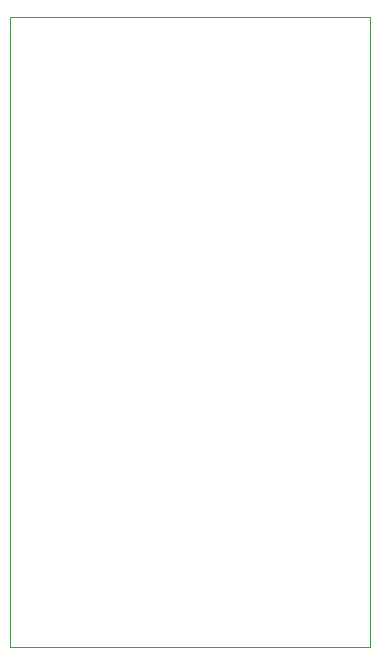
<source format=gbr>
%TF.GenerationSoftware,KiCad,Pcbnew,7.0.5*%
%TF.CreationDate,2023-12-19T10:57:00-08:00*%
%TF.ProjectId,PiN_PiHat,50694e5f-5069-4486-9174-2e6b69636164,rev?*%
%TF.SameCoordinates,Original*%
%TF.FileFunction,Profile,NP*%
%FSLAX46Y46*%
G04 Gerber Fmt 4.6, Leading zero omitted, Abs format (unit mm)*
G04 Created by KiCad (PCBNEW 7.0.5) date 2023-12-19 10:57:00*
%MOMM*%
%LPD*%
G01*
G04 APERTURE LIST*
%TA.AperFunction,Profile*%
%ADD10C,0.100000*%
%TD*%
G04 APERTURE END LIST*
D10*
X106680000Y-25400000D02*
X137160000Y-25400000D01*
X137160000Y-78740000D01*
X106680000Y-78740000D01*
X106680000Y-25400000D01*
M02*

</source>
